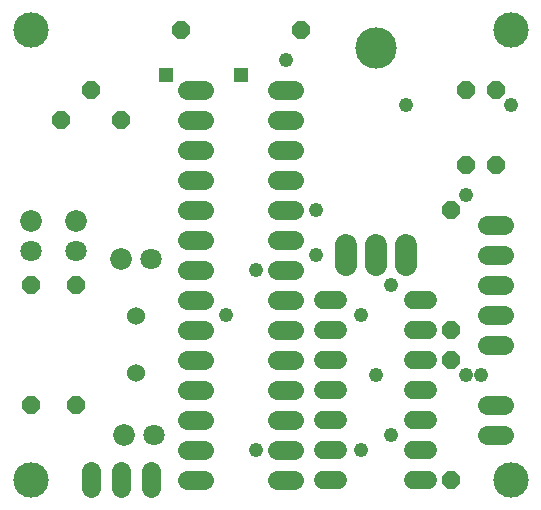
<source format=gbs>
G75*
%MOIN*%
%OFA0B0*%
%FSLAX25Y25*%
%IPPOS*%
%LPD*%
%AMOC8*
5,1,8,0,0,1.08239X$1,22.5*
%
%ADD10C,0.11824*%
%ADD11C,0.06000*%
%ADD12C,0.06400*%
%ADD13OC8,0.06000*%
%ADD14C,0.07400*%
%ADD15C,0.13800*%
%ADD16C,0.06000*%
%ADD17C,0.07071*%
%ADD18C,0.07211*%
%ADD19C,0.04762*%
%ADD20R,0.04762X0.04762*%
D10*
X0011800Y0013500D03*
X0171800Y0013500D03*
X0171800Y0163500D03*
X0011800Y0163500D03*
D11*
X0109200Y0073500D02*
X0114400Y0073500D01*
X0114400Y0063500D02*
X0109200Y0063500D01*
X0109200Y0053500D02*
X0114400Y0053500D01*
X0114400Y0043500D02*
X0109200Y0043500D01*
X0109200Y0033500D02*
X0114400Y0033500D01*
X0114400Y0023500D02*
X0109200Y0023500D01*
X0109200Y0013500D02*
X0114400Y0013500D01*
X0139200Y0013500D02*
X0144400Y0013500D01*
X0144400Y0023500D02*
X0139200Y0023500D01*
X0139200Y0033500D02*
X0144400Y0033500D01*
X0144400Y0043500D02*
X0139200Y0043500D01*
X0139200Y0053500D02*
X0144400Y0053500D01*
X0144400Y0063500D02*
X0139200Y0063500D01*
X0139200Y0073500D02*
X0144400Y0073500D01*
D12*
X0164000Y0068500D02*
X0169600Y0068500D01*
X0169600Y0058500D02*
X0164000Y0058500D01*
X0164000Y0078500D02*
X0169600Y0078500D01*
X0169600Y0088500D02*
X0164000Y0088500D01*
X0164000Y0098500D02*
X0169600Y0098500D01*
X0169600Y0038500D02*
X0164000Y0038500D01*
X0164000Y0028500D02*
X0169600Y0028500D01*
X0099600Y0023500D02*
X0094000Y0023500D01*
X0094000Y0033500D02*
X0099600Y0033500D01*
X0099600Y0043500D02*
X0094000Y0043500D01*
X0094000Y0053500D02*
X0099600Y0053500D01*
X0099600Y0063500D02*
X0094000Y0063500D01*
X0094000Y0073500D02*
X0099600Y0073500D01*
X0099600Y0083500D02*
X0094000Y0083500D01*
X0094000Y0093500D02*
X0099600Y0093500D01*
X0099600Y0103500D02*
X0094000Y0103500D01*
X0094000Y0113500D02*
X0099600Y0113500D01*
X0099600Y0123500D02*
X0094000Y0123500D01*
X0094000Y0133500D02*
X0099600Y0133500D01*
X0099600Y0143500D02*
X0094000Y0143500D01*
X0069600Y0143500D02*
X0064000Y0143500D01*
X0064000Y0133500D02*
X0069600Y0133500D01*
X0069600Y0123500D02*
X0064000Y0123500D01*
X0064000Y0113500D02*
X0069600Y0113500D01*
X0069600Y0103500D02*
X0064000Y0103500D01*
X0064000Y0093500D02*
X0069600Y0093500D01*
X0069600Y0083500D02*
X0064000Y0083500D01*
X0064000Y0073500D02*
X0069600Y0073500D01*
X0069600Y0063500D02*
X0064000Y0063500D01*
X0064000Y0053500D02*
X0069600Y0053500D01*
X0069600Y0043500D02*
X0064000Y0043500D01*
X0064000Y0033500D02*
X0069600Y0033500D01*
X0069600Y0023500D02*
X0064000Y0023500D01*
X0064000Y0013500D02*
X0069600Y0013500D01*
X0051800Y0010700D02*
X0051800Y0016300D01*
X0041800Y0016300D02*
X0041800Y0010700D01*
X0031800Y0010700D02*
X0031800Y0016300D01*
X0094000Y0013500D02*
X0099600Y0013500D01*
D13*
X0151800Y0013500D03*
X0151800Y0053500D03*
X0151800Y0063500D03*
X0151800Y0103500D03*
X0156800Y0118500D03*
X0166800Y0118500D03*
X0166800Y0143500D03*
X0156800Y0143500D03*
X0101800Y0163500D03*
X0061800Y0163500D03*
X0031800Y0143500D03*
X0021800Y0133500D03*
X0041800Y0133500D03*
X0026800Y0078500D03*
X0011800Y0078500D03*
X0011800Y0038500D03*
X0026800Y0038500D03*
D14*
X0116800Y0085200D02*
X0116800Y0091800D01*
X0126800Y0091800D02*
X0126800Y0085200D01*
X0136800Y0085200D02*
X0136800Y0091800D01*
D15*
X0126800Y0157500D03*
D16*
X0046800Y0068000D03*
X0046800Y0049000D03*
D17*
X0053050Y0028500D03*
X0051800Y0087250D03*
X0026800Y0089750D03*
X0011800Y0089750D03*
D18*
X0011800Y0099750D03*
X0026800Y0099750D03*
X0041800Y0087250D03*
X0043050Y0028500D03*
D19*
X0086800Y0023500D03*
X0121800Y0023500D03*
X0131800Y0028500D03*
X0126800Y0048500D03*
X0121800Y0068500D03*
X0131800Y0078500D03*
X0106800Y0088500D03*
X0106800Y0103500D03*
X0086800Y0083500D03*
X0076800Y0068500D03*
X0136800Y0138500D03*
X0156800Y0108500D03*
X0171800Y0138500D03*
X0096800Y0153500D03*
X0156800Y0048500D03*
X0161800Y0048500D03*
D20*
X0081800Y0148500D03*
X0056800Y0148500D03*
M02*

</source>
